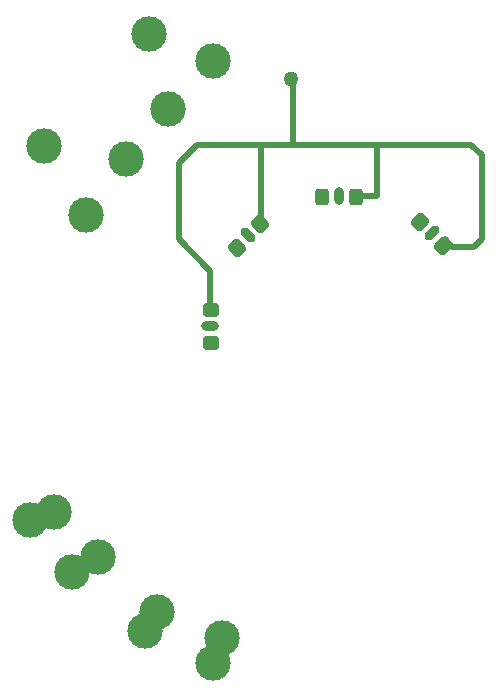
<source format=gtl>
G04*
G04 #@! TF.GenerationSoftware,Altium Limited,Altium Designer,18.0.12 (696)*
G04*
G04 Layer_Physical_Order=1*
G04 Layer_Color=255*
%FSLAX25Y25*%
%MOIN*%
G70*
G01*
G75*
%ADD20C,0.01968*%
%ADD21C,0.11811*%
G04:AMPARAMS|DCode=22|XSize=55.12mil|YSize=47.24mil|CornerRadius=11.81mil|HoleSize=0mil|Usage=FLASHONLY|Rotation=45.000|XOffset=0mil|YOffset=0mil|HoleType=Round|Shape=RoundedRectangle|*
%AMROUNDEDRECTD22*
21,1,0.05512,0.02362,0,0,45.0*
21,1,0.03150,0.04724,0,0,45.0*
1,1,0.02362,0.01949,0.00278*
1,1,0.02362,-0.00278,-0.01949*
1,1,0.02362,-0.01949,-0.00278*
1,1,0.02362,0.00278,0.01949*
%
%ADD22ROUNDEDRECTD22*%
G04:AMPARAMS|DCode=23|XSize=59.06mil|YSize=31.5mil|CornerRadius=0mil|HoleSize=0mil|Usage=FLASHONLY|Rotation=45.000|XOffset=0mil|YOffset=0mil|HoleType=Round|Shape=Round|*
%AMOVALD23*
21,1,0.02756,0.03150,0.00000,0.00000,45.0*
1,1,0.03150,-0.00974,-0.00974*
1,1,0.03150,0.00974,0.00974*
%
%ADD23OVALD23*%

G04:AMPARAMS|DCode=24|XSize=55.12mil|YSize=47.24mil|CornerRadius=11.81mil|HoleSize=0mil|Usage=FLASHONLY|Rotation=135.000|XOffset=0mil|YOffset=0mil|HoleType=Round|Shape=RoundedRectangle|*
%AMROUNDEDRECTD24*
21,1,0.05512,0.02362,0,0,135.0*
21,1,0.03150,0.04724,0,0,135.0*
1,1,0.02362,-0.00278,0.01949*
1,1,0.02362,0.01949,-0.00278*
1,1,0.02362,0.00278,-0.01949*
1,1,0.02362,-0.01949,0.00278*
%
%ADD24ROUNDEDRECTD24*%
G04:AMPARAMS|DCode=25|XSize=59.06mil|YSize=31.5mil|CornerRadius=0mil|HoleSize=0mil|Usage=FLASHONLY|Rotation=135.000|XOffset=0mil|YOffset=0mil|HoleType=Round|Shape=Round|*
%AMOVALD25*
21,1,0.02756,0.03150,0.00000,0.00000,135.0*
1,1,0.03150,0.00974,-0.00974*
1,1,0.03150,-0.00974,0.00974*
%
%ADD25OVALD25*%

G04:AMPARAMS|DCode=26|XSize=55.12mil|YSize=47.24mil|CornerRadius=11.81mil|HoleSize=0mil|Usage=FLASHONLY|Rotation=90.000|XOffset=0mil|YOffset=0mil|HoleType=Round|Shape=RoundedRectangle|*
%AMROUNDEDRECTD26*
21,1,0.05512,0.02362,0,0,90.0*
21,1,0.03150,0.04724,0,0,90.0*
1,1,0.02362,0.01181,0.01575*
1,1,0.02362,0.01181,-0.01575*
1,1,0.02362,-0.01181,-0.01575*
1,1,0.02362,-0.01181,0.01575*
%
%ADD26ROUNDEDRECTD26*%
%ADD27O,0.03150X0.05906*%
G04:AMPARAMS|DCode=28|XSize=55.12mil|YSize=47.24mil|CornerRadius=11.81mil|HoleSize=0mil|Usage=FLASHONLY|Rotation=180.000|XOffset=0mil|YOffset=0mil|HoleType=Round|Shape=RoundedRectangle|*
%AMROUNDEDRECTD28*
21,1,0.05512,0.02362,0,0,180.0*
21,1,0.03150,0.04724,0,0,180.0*
1,1,0.02362,-0.01575,0.01181*
1,1,0.02362,0.01575,0.01181*
1,1,0.02362,0.01575,-0.01181*
1,1,0.02362,-0.01575,-0.01181*
%
%ADD28ROUNDEDRECTD28*%
%ADD29O,0.05906X0.03150*%
%ADD30C,0.05000*%
D20*
X115000Y191000D02*
Y213000D01*
X165653Y159477D02*
X168096Y157034D01*
X115000Y191000D02*
X143000D01*
X104466D02*
X115000D01*
X178000Y159500D02*
Y187500D01*
X174500Y191000D02*
X178000Y187500D01*
X143000Y191000D02*
X174500D01*
X83000D02*
X104466D01*
Y165466D02*
Y191000D01*
X87500Y135500D02*
Y149000D01*
X77000Y159500D02*
X87500Y149000D01*
X77000Y159500D02*
Y185000D01*
X83000Y191000D01*
X143000Y174000D02*
Y191000D01*
X135500Y174000D02*
X143000D01*
X175534Y157034D02*
X178000Y159500D01*
X168096Y157034D02*
X175534D01*
X103535Y164535D02*
X104466Y165466D01*
D21*
X91315Y26752D02*
D03*
X69898Y35413D02*
D03*
X49937Y53445D02*
D03*
X35528Y68602D02*
D03*
X88583Y18386D02*
D03*
X65866Y28858D02*
D03*
X41575Y48543D02*
D03*
X27283Y66102D02*
D03*
X67000Y228000D02*
D03*
X32000Y190500D02*
D03*
X88500Y219000D02*
D03*
X73500Y203000D02*
D03*
X59500Y186143D02*
D03*
X46000Y167500D02*
D03*
D22*
X157269Y165175D02*
D03*
X165175Y157269D02*
D03*
D23*
X161500Y161500D02*
D03*
D24*
X96325Y156769D02*
D03*
X104232Y164675D02*
D03*
D25*
X100000Y161000D02*
D03*
D26*
X124909Y173606D02*
D03*
X136091D02*
D03*
D27*
X130500Y174000D02*
D03*
D28*
X87894Y124909D02*
D03*
Y136091D02*
D03*
D29*
X87500Y130500D02*
D03*
D30*
X114500Y213000D02*
D03*
M02*

</source>
